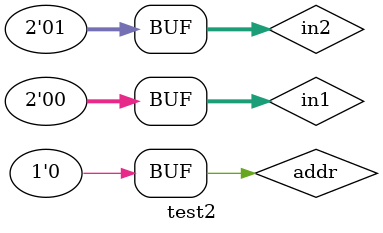
<source format=v>
`timescale 1ns / 1ps


module test2;

	// Inputs
	reg addr;
	reg [1:0] in1;
	reg [1:0] in2;

	// Outputs
	wire [1:0] Mout;

	// Instantiate the Unit Under Test (UUT)
	sumu5 uut (
		.addr(addr), 
		.in1(in1), 
		.in2(in2), 
		.Mout(Mout)
	);

	initial begin
		// Initialize Inputs
		addr = 0;
		in1 = 0;
		in2 = 0;

		// Wait 100 ns for global reset to finish
		#100;
		addr = 1;in1=2'b01;in2=2'b00;
		#100;
		addr =0;in1=2'b01;in2=2'b00;
		#100;
		addr =0;in1=2'b00;in2=2'b01;

        
		// Add stimulus here

	end
      
endmodule


</source>
